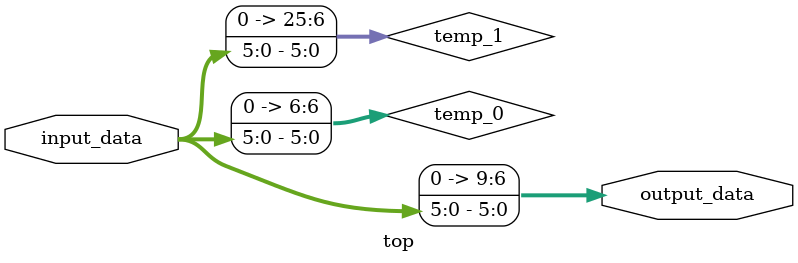
<source format=sv>
module top (
    input [5:0] input_data,
    output [9:0] output_data
);

    logic [6:0] temp_0;
    logic [25:0] temp_1;
    logic [30:0] temp_2;
    logic [9:0] temp_3;
    logic [5:0] temp_4;
    logic [4:0] temp_5;
    logic [1:0] temp_6;
    logic [25:0] temp_7;
    logic [18:0] temp_8;

    assign temp_0 = input_data;
    assign temp_1 = $unsigned(input_data);
    assign temp_2 = ((input_data & temp_0) + input_data);
    assign temp_3 = (10'd574 | temp_1);
    logic [31:0] expr_731163;
    assign expr_731163 = ($signed(temp_1) + temp_2);
    assign temp_4 = expr_731163[5:0];
    assign temp_5 = input_data[5:5] ? ((input_data[5:1] >= temp_0) < temp_1[25:2]) : ($signed((((temp_1 != temp_1) + temp_4) & temp_3)) < input_data[4:0]);
    assign temp_6 = ($signed(($signed(temp_4) == temp_5)) * temp_5);
    assign temp_7 = ($unsigned(((input_data + temp_4) - temp_3)) + temp_1[9:0]);
    assign temp_8 = (temp_7 + temp_1);

    assign output_data = temp_1;

endmodule
</source>
